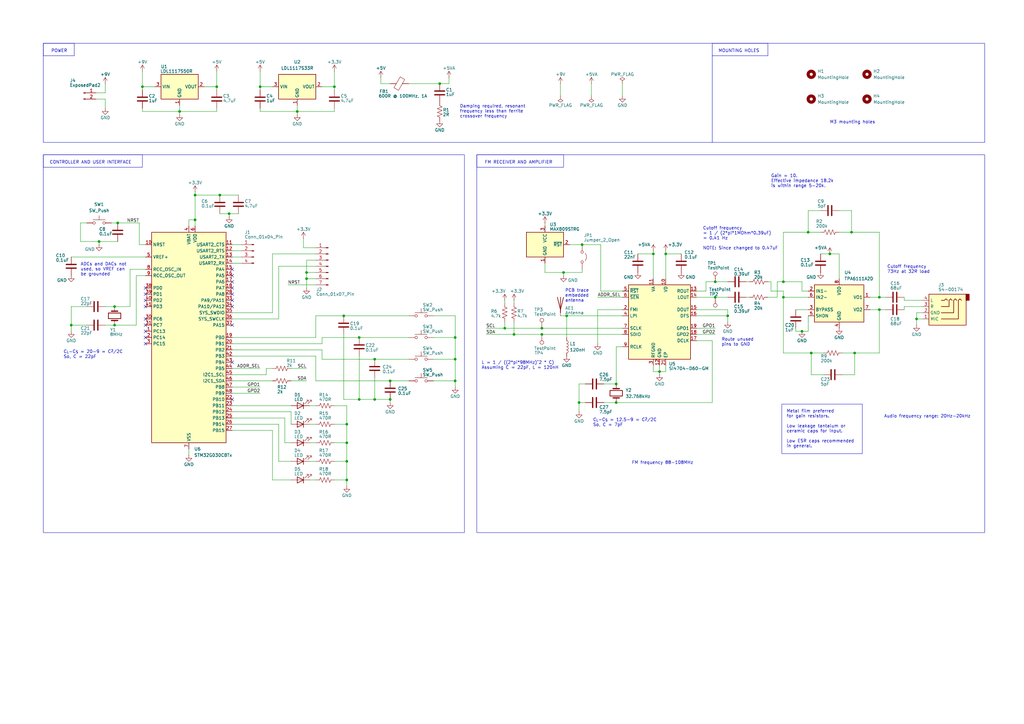
<source format=kicad_sch>
(kicad_sch (version 20250114) (generator "eeschema") (generator_version "9.0")
  (paper "A3")
  (rectangle (start 195.58 63.5) (end 231.14 68.58))
  (rectangle (start 17.78 17.78) (end 403.86 58.42))
  (rectangle (start 320.675 165.735) (end 353.695 186.055))
  (rectangle (start 292.1 17.78) (end 314.96 22.86))
  (rectangle (start 195.58 63.5) (end 403.86 218.44))
  (rectangle (start 17.78 63.5) (end 190.5 218.44))
  (rectangle (start 17.78 63.5) (end 58.42 68.58))
  (rectangle (start 17.78 17.78) (end 30.48 22.86))
  (text "Audio frequency range: 20Hz-20kHz" (at 362.585 170.815 0) (effects (font (size 1.27 1.27)) (justify left)))
  (text "Cutoff frequency \n73Hz at 32R load\n" (at 363.855 110.49 0) (effects (font (size 1.27 1.27)) (justify left)))
  (text "C_{L}-C_{S} = 20-9 = C^{2}/2C\nSo, C = 22pF" (at 26.035 145.415 0) (effects (font (size 1.27 1.27)) (justify left)))
  (text "L = 1 / ((2*pi*98MHz)^2 * C)\nAssuming C = 22pF, L = 120nH" (at 197.485 149.86 0) (effects (font (size 1.27 1.27)) (justify left)))
  (text "Route unused \npins to GND" (at 295.91 140.335 0) (effects (font (size 1.27 1.27)) (justify left)))
  (text "Gain = 10.\nEffective impedance 18.2k\nis within range 5-20k." (at 316.23 74.295 0) (effects (font (size 1.27 1.27)) (justify left)))
  (text "FM frequency 88-108MHz" (at 259.08 189.865 0) (effects (font (size 1.27 1.27)) (justify left)))
  (text "Metal film preferred \nfor gain resistors.\n\nLow leakage tantalum or\nceramic caps for input.\n\nLow ESR caps recommended\nin general." (at 322.58 175.895 0) (effects (font (size 1.27 1.27)) (justify left)))
  (text "FM RECEIVER AND AMPLIFIER" (at 198.755 66.675 0) (effects (font (size 1.27 1.27)) (justify left)))
  (text "PCB trace \nembedded \nantenna" (at 231.775 121.285 0) (effects (font (size 1.27 1.27)) (justify left)))
  (text "CONTROLLER AND USER INTERFACE" (at 20.32 66.675 0) (effects (font (size 1.27 1.27)) (justify left)))
  (text "Damping required, resonant \nfrequency less than ferrite \ncrossover frequency" (at 188.595 45.72 0) (effects (font (size 1.27 1.27)) (justify left)))
  (text "ADCs and DACs not \nused, so VREF can \nbe grounded" (at 33.02 110.49 0) (effects (font (size 1.27 1.27)) (justify left)))
  (text "M3 mounting holes" (at 340.36 50.165 0) (effects (font (size 1.27 1.27)) (justify left)))
  (text "Cutoff frequency \n= 1 / (2*pi*1MOhm*0.39uF)\n= 0.41 Hz\n\nNOTE: Since changed to 0.47uF" (at 288.29 97.79 0) (effects (font (size 1.27 1.27)) (justify left)))
  (text "C_{L}-C_{S} = 12.5-9 = C^{2}/2C\nSo, C = 7pF" (at 243.205 173.355 0) (effects (font (size 1.27 1.27)) (justify left)))
  (text "MOUNTING HOLES" (at 294.64 20.955 0) (effects (font (size 1.27 1.27)) (justify left)))
  (text "POWER" (at 20.955 20.955 0) (effects (font (size 1.27 1.27)) (justify left)))
  (junction (at 80.01 90.17))
  (junction (at 142.24 181.61))
  (junction (at 293.37 115.57))
  (junction (at 121.92 45.72))
  (junction (at 222.25 137.16))
  (junction (at 232.41 129.54))
  (junction (at 147.32 138.43))
  (junction (at 90.17 80.01))
  (junction (at 332.74 144.78))
  (junction (at 237.49 165.1))
  (junction (at 186.69 138.43))
  (junction (at 137.16 35.56))
  (junction (at 270.51 152.4))
  (junction (at 106.68 35.56))
  (junction (at 142.24 173.99))
  (junction (at 147.32 163.83))
  (junction (at 210.82 137.16))
  (junction (at 46.99 125.73))
  (junction (at 252.73 165.1))
  (junction (at 58.42 35.56))
  (junction (at 142.24 196.85))
  (junction (at 180.34 34.29))
  (junction (at 267.97 104.14))
  (junction (at 160.02 156.21))
  (junction (at 328.93 135.89))
  (junction (at 142.24 189.23))
  (junction (at 88.9 35.56))
  (junction (at 40.64 99.06))
  (junction (at 46.99 133.35))
  (junction (at 231.14 111.76))
  (junction (at 153.67 163.83))
  (junction (at 153.67 147.32))
  (junction (at 48.26 91.44))
  (junction (at 298.45 129.54))
  (junction (at 360.68 121.92))
  (junction (at 207.01 134.62))
  (junction (at 80.01 80.01))
  (junction (at 273.05 104.14))
  (junction (at 350.52 144.78))
  (junction (at 140.97 129.54))
  (junction (at 186.69 156.21))
  (junction (at 331.47 95.25))
  (junction (at 160.02 163.83))
  (junction (at 252.73 157.48))
  (junction (at 340.36 104.14))
  (junction (at 186.69 147.32))
  (junction (at 125.73 111.76))
  (junction (at 360.68 127))
  (junction (at 321.31 121.92))
  (junction (at 349.25 95.25))
  (junction (at 125.73 114.3))
  (junction (at 29.21 133.35))
  (junction (at 375.92 130.81))
  (junction (at 321.31 115.57))
  (junction (at 293.37 121.92))
  (junction (at 93.98 87.63))
  (junction (at 222.25 134.62))
  (junction (at 73.66 45.72))
  (junction (at 238.76 100.33))
  (no_connect (at 59.69 140.97))
  (no_connect (at 59.69 133.35))
  (no_connect (at 95.25 163.83))
  (no_connect (at 95.25 115.57))
  (no_connect (at 95.25 113.03))
  (no_connect (at 95.25 123.19))
  (no_connect (at 59.69 118.11))
  (no_connect (at 95.25 125.73))
  (no_connect (at 59.69 125.73))
  (no_connect (at 59.69 130.81))
  (no_connect (at 59.69 120.65))
  (no_connect (at 95.25 118.11))
  (no_connect (at 59.69 138.43))
  (no_connect (at 95.25 120.65))
  (no_connect (at 95.25 110.49))
  (no_connect (at 95.25 133.35))
  (no_connect (at 95.25 148.59))
  (no_connect (at 59.69 135.89))
  (no_connect (at 59.69 123.19))
  (wire (pts (xy 142.24 173.99) (xy 142.24 181.61)))
  (wire (pts (xy 306.07 121.92) (xy 307.34 121.92)))
  (wire (pts (xy 238.76 110.49) (xy 238.76 111.76)))
  (wire (pts (xy 95.25 102.87) (xy 99.06 102.87)))
  (wire (pts (xy 378.46 128.27) (xy 375.92 128.27)))
  (wire (pts (xy 77.47 92.71) (xy 77.47 90.17)))
  (wire (pts (xy 124.46 97.79) (xy 124.46 101.6)))
  (wire (pts (xy 326.39 127) (xy 331.47 127)))
  (wire (pts (xy 375.92 128.27) (xy 375.92 130.81)))
  (wire (pts (xy 109.22 151.13) (xy 109.22 153.67)))
  (wire (pts (xy 273.05 149.86) (xy 273.05 152.4)))
  (wire (pts (xy 29.21 105.41) (xy 59.69 105.41)))
  (wire (pts (xy 153.67 163.83) (xy 160.02 163.83)))
  (wire (pts (xy 132.08 138.43) (xy 147.32 138.43)))
  (wire (pts (xy 116.84 171.45) (xy 116.84 181.61)))
  (wire (pts (xy 95.25 138.43) (xy 129.54 138.43)))
  (wire (pts (xy 48.26 91.44) (xy 57.15 91.44)))
  (wire (pts (xy 316.23 119.38) (xy 321.31 119.38)))
  (wire (pts (xy 252.73 165.1) (xy 292.1 165.1)))
  (wire (pts (xy 95.25 168.91) (xy 119.38 168.91)))
  (wire (pts (xy 45.72 91.44) (xy 48.26 91.44)))
  (wire (pts (xy 125.73 111.76) (xy 129.54 111.76)))
  (wire (pts (xy 242.57 34.29) (xy 242.57 39.37)))
  (wire (pts (xy 116.84 181.61) (xy 119.38 181.61)))
  (wire (pts (xy 106.68 45.72) (xy 121.92 45.72)))
  (wire (pts (xy 43.18 40.64) (xy 43.18 44.45)))
  (wire (pts (xy 350.52 144.78) (xy 360.68 144.78)))
  (wire (pts (xy 29.21 133.35) (xy 35.56 133.35)))
  (wire (pts (xy 114.3 109.22) (xy 114.3 130.81)))
  (wire (pts (xy 273.05 152.4) (xy 270.51 152.4)))
  (wire (pts (xy 57.15 100.33) (xy 59.69 100.33)))
  (wire (pts (xy 109.22 153.67) (xy 95.25 153.67)))
  (wire (pts (xy 39.37 40.64) (xy 43.18 40.64)))
  (wire (pts (xy 129.54 156.21) (xy 160.02 156.21)))
  (wire (pts (xy 314.96 121.92) (xy 318.77 121.92)))
  (wire (pts (xy 337.82 144.78) (xy 332.74 144.78)))
  (wire (pts (xy 80.01 80.01) (xy 80.01 90.17)))
  (wire (pts (xy 93.98 87.63) (xy 97.79 87.63)))
  (wire (pts (xy 285.75 139.7) (xy 292.1 139.7)))
  (wire (pts (xy 370.84 127) (xy 370.84 125.73)))
  (wire (pts (xy 245.11 121.92) (xy 255.27 121.92)))
  (wire (pts (xy 147.32 163.83) (xy 153.67 163.83)))
  (wire (pts (xy 298.45 129.54) (xy 298.45 132.08)))
  (wire (pts (xy 210.82 137.16) (xy 222.25 137.16)))
  (wire (pts (xy 132.08 147.32) (xy 153.67 147.32)))
  (wire (pts (xy 180.34 34.29) (xy 184.15 34.29)))
  (wire (pts (xy 127 189.23) (xy 129.54 189.23)))
  (wire (pts (xy 95.25 171.45) (xy 116.84 171.45)))
  (wire (pts (xy 270.51 149.86) (xy 270.51 152.4)))
  (wire (pts (xy 316.23 115.57) (xy 314.96 115.57)))
  (wire (pts (xy 95.25 107.95) (xy 99.06 107.95)))
  (wire (pts (xy 142.24 166.37) (xy 142.24 173.99)))
  (wire (pts (xy 114.3 109.22) (xy 129.54 109.22)))
  (wire (pts (xy 285.75 137.16) (xy 293.37 137.16)))
  (wire (pts (xy 124.46 101.6) (xy 129.54 101.6)))
  (wire (pts (xy 127 173.99) (xy 129.54 173.99)))
  (wire (pts (xy 73.66 43.18) (xy 73.66 45.72)))
  (wire (pts (xy 246.38 119.38) (xy 255.27 119.38)))
  (wire (pts (xy 336.55 86.36) (xy 331.47 86.36)))
  (wire (pts (xy 90.17 80.01) (xy 80.01 80.01)))
  (wire (pts (xy 46.99 125.73) (xy 53.34 125.73)))
  (wire (pts (xy 318.77 121.92) (xy 318.77 115.57)))
  (wire (pts (xy 321.31 144.78) (xy 321.31 121.92)))
  (wire (pts (xy 125.73 106.68) (xy 125.73 111.76)))
  (wire (pts (xy 142.24 181.61) (xy 142.24 189.23)))
  (wire (pts (xy 58.42 44.45) (xy 58.42 45.72)))
  (wire (pts (xy 293.37 121.92) (xy 298.45 121.92)))
  (wire (pts (xy 199.39 137.16) (xy 210.82 137.16)))
  (wire (pts (xy 95.25 151.13) (xy 106.68 151.13)))
  (wire (pts (xy 147.32 146.05) (xy 147.32 163.83)))
  (wire (pts (xy 95.25 161.29) (xy 106.68 161.29)))
  (wire (pts (xy 111.76 104.14) (xy 111.76 128.27)))
  (wire (pts (xy 222.25 134.62) (xy 255.27 134.62)))
  (wire (pts (xy 350.52 153.67) (xy 350.52 144.78)))
  (wire (pts (xy 55.88 113.03) (xy 55.88 133.35)))
  (wire (pts (xy 186.69 129.54) (xy 186.69 138.43)))
  (wire (pts (xy 88.9 29.21) (xy 88.9 35.56)))
  (wire (pts (xy 246.38 100.33) (xy 246.38 119.38)))
  (wire (pts (xy 289.56 115.57) (xy 293.37 115.57)))
  (wire (pts (xy 177.8 147.32) (xy 186.69 147.32)))
  (wire (pts (xy 106.68 35.56) (xy 106.68 36.83)))
  (wire (pts (xy 114.3 130.81) (xy 95.25 130.81)))
  (wire (pts (xy 252.73 142.24) (xy 252.73 157.48)))
  (wire (pts (xy 231.14 111.76) (xy 238.76 111.76)))
  (wire (pts (xy 114.3 189.23) (xy 119.38 189.23)))
  (wire (pts (xy 137.16 35.56) (xy 137.16 36.83)))
  (wire (pts (xy 370.84 121.92) (xy 370.84 123.19)))
  (wire (pts (xy 132.08 143.51) (xy 132.08 147.32)))
  (wire (pts (xy 137.16 44.45) (xy 137.16 45.72)))
  (wire (pts (xy 328.93 115.57) (xy 328.93 119.38)))
  (wire (pts (xy 160.02 156.21) (xy 167.64 156.21)))
  (wire (pts (xy 137.16 189.23) (xy 142.24 189.23)))
  (wire (pts (xy 111.76 196.85) (xy 119.38 196.85)))
  (wire (pts (xy 273.05 114.3) (xy 273.05 104.14)))
  (wire (pts (xy 331.47 86.36) (xy 331.47 95.25)))
  (wire (pts (xy 285.75 134.62) (xy 293.37 134.62)))
  (wire (pts (xy 207.01 123.19) (xy 207.01 124.46)))
  (wire (pts (xy 43.18 38.1) (xy 43.18 34.29)))
  (wire (pts (xy 332.74 153.67) (xy 332.74 144.78)))
  (wire (pts (xy 90.17 87.63) (xy 93.98 87.63)))
  (wire (pts (xy 316.23 115.57) (xy 316.23 119.38)))
  (wire (pts (xy 77.47 90.17) (xy 80.01 90.17)))
  (wire (pts (xy 293.37 115.57) (xy 298.45 115.57)))
  (wire (pts (xy 137.16 29.21) (xy 137.16 35.56)))
  (wire (pts (xy 95.25 105.41) (xy 99.06 105.41)))
  (wire (pts (xy 247.65 157.48) (xy 252.73 157.48)))
  (wire (pts (xy 55.88 133.35) (xy 46.99 133.35)))
  (wire (pts (xy 95.25 146.05) (xy 129.54 146.05)))
  (wire (pts (xy 142.24 196.85) (xy 142.24 199.39)))
  (wire (pts (xy 57.15 91.44) (xy 57.15 100.33)))
  (wire (pts (xy 43.18 133.35) (xy 46.99 133.35)))
  (wire (pts (xy 177.8 156.21) (xy 186.69 156.21)))
  (wire (pts (xy 238.76 100.33) (xy 246.38 100.33)))
  (wire (pts (xy 125.73 111.76) (xy 125.73 114.3)))
  (wire (pts (xy 43.18 125.73) (xy 46.99 125.73)))
  (wire (pts (xy 232.41 129.54) (xy 232.41 138.43)))
  (wire (pts (xy 177.8 129.54) (xy 186.69 129.54)))
  (wire (pts (xy 247.65 165.1) (xy 252.73 165.1)))
  (wire (pts (xy 137.16 181.61) (xy 142.24 181.61)))
  (wire (pts (xy 210.82 132.08) (xy 210.82 137.16)))
  (wire (pts (xy 186.69 147.32) (xy 186.69 156.21)))
  (wire (pts (xy 106.68 35.56) (xy 111.76 35.56)))
  (wire (pts (xy 229.87 34.29) (xy 229.87 39.37)))
  (wire (pts (xy 53.34 110.49) (xy 59.69 110.49)))
  (wire (pts (xy 95.25 156.21) (xy 111.76 156.21)))
  (wire (pts (xy 207.01 134.62) (xy 222.25 134.62)))
  (wire (pts (xy 273.05 104.14) (xy 279.4 104.14)))
  (wire (pts (xy 344.17 104.14) (xy 340.36 104.14)))
  (wire (pts (xy 349.25 95.25) (xy 360.68 95.25)))
  (wire (pts (xy 129.54 129.54) (xy 140.97 129.54)))
  (wire (pts (xy 237.49 165.1) (xy 240.03 165.1)))
  (wire (pts (xy 231.14 113.03) (xy 231.14 111.76)))
  (polyline (pts (xy 292.1 22.86) (xy 292.1 58.42)))
  (wire (pts (xy 53.34 125.73) (xy 53.34 110.49)))
  (wire (pts (xy 331.47 95.25) (xy 336.55 95.25)))
  (wire (pts (xy 39.37 38.1) (xy 43.18 38.1)))
  (wire (pts (xy 121.92 45.72) (xy 121.92 46.99)))
  (wire (pts (xy 321.31 119.38) (xy 321.31 121.92)))
  (wire (pts (xy 109.22 151.13) (xy 111.76 151.13)))
  (wire (pts (xy 127 181.61) (xy 129.54 181.61)))
  (wire (pts (xy 344.17 95.25) (xy 349.25 95.25)))
  (wire (pts (xy 207.01 132.08) (xy 207.01 134.62)))
  (wire (pts (xy 229.87 129.54) (xy 232.41 129.54)))
  (wire (pts (xy 106.68 29.21) (xy 106.68 35.56)))
  (wire (pts (xy 223.52 107.95) (xy 223.52 111.76)))
  (wire (pts (xy 326.39 134.62) (xy 326.39 135.89)))
  (wire (pts (xy 222.25 137.16) (xy 255.27 137.16)))
  (wire (pts (xy 233.68 100.33) (xy 238.76 100.33)))
  (wire (pts (xy 186.69 156.21) (xy 186.69 158.75)))
  (wire (pts (xy 252.73 142.24) (xy 255.27 142.24)))
  (wire (pts (xy 142.24 189.23) (xy 142.24 196.85)))
  (wire (pts (xy 237.49 157.48) (xy 237.49 165.1)))
  (wire (pts (xy 318.77 115.57) (xy 321.31 115.57)))
  (wire (pts (xy 332.74 144.78) (xy 321.31 144.78)))
  (wire (pts (xy 356.87 121.92) (xy 360.68 121.92)))
  (wire (pts (xy 267.97 114.3) (xy 267.97 104.14)))
  (wire (pts (xy 156.21 31.75) (xy 156.21 34.29)))
  (wire (pts (xy 232.41 129.54) (xy 255.27 129.54)))
  (wire (pts (xy 95.25 166.37) (xy 119.38 166.37)))
  (wire (pts (xy 328.93 135.89) (xy 331.47 135.89)))
  (wire (pts (xy 240.03 157.48) (xy 237.49 157.48)))
  (wire (pts (xy 331.47 95.25) (xy 321.31 95.25)))
  (wire (pts (xy 125.73 114.3) (xy 125.73 118.11)))
  (wire (pts (xy 344.17 114.3) (xy 344.17 104.14)))
  (wire (pts (xy 298.45 127) (xy 298.45 129.54)))
  (wire (pts (xy 223.52 111.76) (xy 231.14 111.76)))
  (wire (pts (xy 177.8 138.43) (xy 186.69 138.43)))
  (wire (pts (xy 93.98 88.9) (xy 93.98 87.63)))
  (wire (pts (xy 167.64 34.29) (xy 180.34 34.29)))
  (wire (pts (xy 95.25 140.97) (xy 132.08 140.97)))
  (wire (pts (xy 153.67 147.32) (xy 167.64 147.32)))
  (wire (pts (xy 33.02 91.44) (xy 33.02 99.06)))
  (wire (pts (xy 199.39 134.62) (xy 207.01 134.62)))
  (wire (pts (xy 273.05 102.87) (xy 273.05 104.14)))
  (wire (pts (xy 289.56 119.38) (xy 289.56 115.57)))
  (wire (pts (xy 223.52 91.44) (xy 223.52 92.71)))
  (wire (pts (xy 360.68 127) (xy 363.22 127)))
  (wire (pts (xy 88.9 35.56) (xy 83.82 35.56)))
  (wire (pts (xy 40.64 99.06) (xy 48.26 99.06)))
  (wire (pts (xy 127 166.37) (xy 129.54 166.37)))
  (wire (pts (xy 140.97 129.54) (xy 167.64 129.54)))
  (wire (pts (xy 153.67 154.94) (xy 153.67 163.83)))
  (wire (pts (xy 111.76 128.27) (xy 95.25 128.27)))
  (wire (pts (xy 137.16 173.99) (xy 142.24 173.99)))
  (wire (pts (xy 80.01 78.74) (xy 80.01 80.01)))
  (wire (pts (xy 73.66 45.72) (xy 88.9 45.72)))
  (wire (pts (xy 267.97 149.86) (xy 267.97 152.4)))
  (wire (pts (xy 261.62 104.14) (xy 267.97 104.14)))
  (wire (pts (xy 58.42 45.72) (xy 73.66 45.72)))
  (wire (pts (xy 129.54 106.68) (xy 125.73 106.68)))
  (wire (pts (xy 140.97 137.16) (xy 140.97 163.83)))
  (wire (pts (xy 186.69 138.43) (xy 186.69 147.32)))
  (wire (pts (xy 80.01 90.17) (xy 80.01 92.71)))
  (wire (pts (xy 129.54 138.43) (xy 129.54 129.54)))
  (wire (pts (xy 111.76 176.53) (xy 111.76 196.85)))
  (wire (pts (xy 184.15 34.29) (xy 184.15 31.75)))
  (wire (pts (xy 95.25 100.33) (xy 99.06 100.33)))
  (wire (pts (xy 97.79 80.01) (xy 90.17 80.01)))
  (wire (pts (xy 370.84 123.19) (xy 378.46 123.19)))
  (wire (pts (xy 285.75 127) (xy 298.45 127)))
  (wire (pts (xy 119.38 151.13) (xy 125.73 151.13)))
  (wire (pts (xy 210.82 123.19) (xy 210.82 124.46)))
  (wire (pts (xy 132.08 140.97) (xy 132.08 138.43)))
  (wire (pts (xy 237.49 165.1) (xy 237.49 168.91)))
  (wire (pts (xy 119.38 168.91) (xy 119.38 173.99)))
  (wire (pts (xy 137.16 166.37) (xy 142.24 166.37)))
  (wire (pts (xy 375.92 130.81) (xy 375.92 133.35)))
  (wire (pts (xy 118.11 116.84) (xy 129.54 116.84)))
  (wire (pts (xy 306.07 115.57) (xy 307.34 115.57)))
  (wire (pts (xy 73.66 45.72) (xy 73.66 46.99)))
  (wire (pts (xy 88.9 35.56) (xy 88.9 36.83)))
  (wire (pts (xy 33.02 99.06) (xy 40.64 99.06)))
  (wire (pts (xy 321.31 121.92) (xy 331.47 121.92)))
  (wire (pts (xy 29.21 125.73) (xy 29.21 133.35)))
  (wire (pts (xy 285.75 121.92) (xy 293.37 121.92)))
  (wire (pts (xy 156.21 34.29) (xy 160.02 34.29)))
  (wire (pts (xy 337.82 153.67) (xy 332.74 153.67)))
  (wire (pts (xy 267.97 152.4) (xy 270.51 152.4)))
  (wire (pts (xy 345.44 153.67) (xy 350.52 153.67)))
  (wire (pts (xy 345.44 144.78) (xy 350.52 144.78)))
  (wire (pts (xy 137.16 196.85) (xy 142.24 196.85)))
  (wire (pts (xy 58.42 29.21) (xy 58.42 35.56)))
  (wire (pts (xy 119.38 156.21) (xy 125.73 156.21)))
  (wire (pts (xy 326.39 135.89) (xy 328.93 135.89)))
  (wire (pts (xy 58.42 35.56) (xy 58.42 36.83)))
  (wire (pts (xy 111.76 104.14) (xy 129.54 104.14)))
  (wire (pts (xy 29.21 133.35) (xy 29.21 135.89)))
  (wire (pts (xy 95.25 176.53) (xy 111.76 176.53)))
  (wire (pts (xy 331.47 129.54) (xy 331.47 135.89)))
  (wire (pts (xy 106.68 44.45) (xy 106.68 45.72)))
  (wire (pts (xy 255.27 127) (xy 245.11 127)))
  (wire (pts (xy 114.3 173.99) (xy 114.3 189.23)))
  (wire (pts (xy 245.11 127) (xy 245.11 140.97)))
  (wire (pts (xy 356.87 127) (xy 360.68 127)))
  (wire (pts (xy 360.68 144.78) (xy 360.68 127)))
  (wire (pts (xy 349.25 86.36) (xy 349.25 95.25)))
  (wire (pts (xy 328.93 115.57) (xy 321.31 115.57)))
  (wire (pts (xy 129.54 146.05) (xy 129.54 156.21)))
  (wire (pts (xy 360.68 95.25) (xy 360.68 121.92)))
  (wire (pts (xy 147.32 138.43) (xy 167.64 138.43)))
  (wire (pts (xy 160.02 163.83) (xy 160.02 165.1)))
  (wire (pts (xy 33.02 91.44) (xy 35.56 91.44)))
  (wire (pts (xy 127 196.85) (xy 129.54 196.85)))
  (wire (pts (xy 35.56 125.73) (xy 29.21 125.73)))
  (wire (pts (xy 340.36 104.14) (xy 336.55 104.14)))
  (wire (pts (xy 125.73 114.3) (xy 129.54 114.3)))
  (wire (pts (xy 77.47 186.69) (xy 77.47 184.15)))
  (wire (pts (xy 55.88 113.03) (xy 59.69 113.03)))
  (wire (pts (xy 137.16 35.56) (xy 132.08 35.56)))
  (wire (pts (xy 344.17 86.36) (xy 349.25 86.36)))
  (wire (pts (xy 285.75 119.38) (xy 289.56 119.38)))
  (wire (pts (xy 292.1 139.7) (xy 292.1 165.1)))
  (wire (pts (xy 95.25 158.75) (xy 106.68 158.75)))
  (wire (pts (xy 40.64 100.33) (xy 40.64 99.06)))
  (wire (pts (xy 370.84 125.73) (xy 378.46 125.73)))
  (wire (pts (xy 270.51 153.67) (xy 270.51 152.4)))
  (wire (pts (xy 58.42 35.56) (xy 63.5 35.56)))
  (wire (pts (xy 95.25 143.51) (xy 132.08 143.51)))
  (wire (pts (xy 140.97 163.83) (xy 147.32 163.83)))
  (wire (pts (xy 321.31 95.25) (xy 321.31 115.57)))
  (wire (pts (xy 121.92 45.72) (xy 137.16 45.72)))
  (wire (pts (xy 328.93 119.38) (xy 331.47 119.38)))
  (wire (pts (xy 285.75 129.54) (xy 298.45 129.54)))
  (wire (pts (xy 95.25 173.99) (xy 114.3 173.99)))
  (wire (pts (xy 255.27 34.29) (xy 255.27 39.37)))
  (wire (pts (xy 267.97 102.87) (xy 267.97 104.14)))
  (wire (pts (xy 378.46 130.81) (xy 375.92 130.81)))
  (wire (pts (xy 121.92 43.18) (xy 121.92 45.72)))
  (wire (pts (xy 88.9 44.45) (xy 88.9 45.72)))
  (wire (pts (xy 360.68 121.92) (xy 363.22 121.92)))
  (label "GPO1" (at 106.68 158.75 180))
  (label "SDA" (at 125.73 156.21 180))
  (label "GPO1" (at 293.37 134.62 180))
  (label "SCL" (at 125.73 151.13 180))
  (label "NRST" (at 118.11 116.84 0))
  (label "SCL" (at 199.39 134.62 0))
  (label "GPO2" (at 106.68 161.29 180))
  (label "ADDR_SEL" (at 106.68 151.13 180))
  (label "ADDR_SEL" (at 245.11 121.92 0))
  (label "NRST" (at 52.07 91.44 0))
  (label "SDA" (at 199.39 137.16 0))
  (label "GPO2" (at 293.37 137.16 180))
  (symbol (lib_id "power:+3.3V") (at 80.01 78.74 0) (unit 1)
    (property "Reference" "#PWR013" (effects (hide yes)))
    (property "Value" "+3.3V" (at 80.01 74.93 0))
    (property "Description" "Power symbol creates a global label with name \"+3.3V\"" (effects (hide yes)))
  )
  (symbol (lib_id "Connector:TestPoint") (at 293.37 115.57 0) (unit 1) (in_bom no)
    (property "Reference" "TP1" (at 290.195 107.95 0) (effects (justify left)))
    (property "Value" "TestPoint" (at 290.195 109.855 0) (effects (justify left)))
    (property "Footprint" "TestPoint:TestPoint_Pad_D1.5mm" (effects (hide yes)))
    (property "Description" "test point" (effects (hide yes)))
  )
  (symbol (lib_id "Device:R_US") (at 133.35 181.61 270) (unit 1)
    (property "Reference" "R16" (at 130.81 177.165 90) (effects (justify left)))
    (property "Value" "470R" (at 130.81 179.07 90) (effects (justify left)))
    (property "Footprint" "Resistor_SMD:R_0603_1608Metric" (effects (hide yes)))
    (property "Description" "Resistor, US symbol" (effects (hide yes)))
    (property "Link" "https://www.digikey.ca/en/products/detail/te-connectivity-passive-product/CRGCQ0603F470R/8576286" (effects (hide yes)))
  )
  (symbol (lib_id "power:+3.3V") (at 210.82 123.19 0) (unit 1)
    (property "Reference" "#PWR028" (effects (hide yes)))
    (property "Value" "+3.3V" (at 212.09 119.38 0))
    (property "Description" "Power symbol creates a global label with name \"+3.3V\"" (effects (hide yes)))
  )
  (symbol (lib_id "Jumper:Jumper_2_Open") (at 238.76 105.41 270) (unit 1) (exclude_from_sim yes) (in_bom no)
    (property "Reference" "JP1" (at 239.395 96.52 90) (effects (justify left)))
    (property "Value" "Jumper_2_Open" (at 239.395 98.425 90) (effects (justify left)))
    (property "Footprint" "_Project_Library:ViaJumper_Pitch2.54mm_Drill0.7mm" (effects (hide yes)))
    (property "Description" "Jumper, 2-pole, open" (effects (hide yes)))
  )
  (symbol (lib_id "Device:R_US") (at 133.35 189.23 270) (unit 1)
    (property "Reference" "R17" (at 130.81 184.785 90) (effects (justify left)))
    (property "Value" "470R" (at 130.81 186.69 90) (effects (justify left)))
    (property "Footprint" "Resistor_SMD:R_0603_1608Metric" (effects (hide yes)))
    (property "Description" "Resistor, US symbol" (effects (hide yes)))
    (property "Link" "https://www.digikey.ca/en/products/detail/te-connectivity-passive-product/CRGCQ0603F470R/8576286" (effects (hide yes)))
  )
  (symbol (lib_id "Device:C") (at 39.37 133.35 90) (unit 1)
    (property "Reference" "C21" (at 33.02 134.62 90) (effects (justify right)))
    (property "Value" "22pF" (at 33.02 136.525 90) (effects (justify right)))
    (property "Footprint" "Capacitor_SMD:C_0402_1005Metric" (effects (hide yes)))
    (property "Description" "Unpolarized capacitor" (effects (hide yes)))
    (property "Link" "https://www.digikey.ca/en/products/detail/samsung-electro-mechanics/CL05C220JB51PNC/5961333" (effects (hide yes)))
  )
  (symbol (lib_id "Device:C") (at 180.34 38.1 0) (unit 1)
    (property "Reference" "C1" (at 182.88 36.83 0) (effects (justify left)))
    (property "Value" "1uF" (at 182.88 38.735 0) (effects (justify left)))
    (property "Footprint" "Capacitor_SMD:C_0603_1608Metric" (effects (hide yes)))
    (property "Description" "Unpolarized capacitor" (effects (hide yes)))
    (property "Link" "https://www.digikey.ca/en/products/detail/samsung-electro-mechanics/CL10B105KO8NNNC/3886677" (effects (hide yes)))
  )
  (symbol (lib_id "Connector:TestPoint") (at 222.25 134.62 0) (unit 1) (in_bom no)
    (property "Reference" "TP3" (at 219.075 127 0) (effects (justify left)))
    (property "Value" "TestPoint" (at 219.075 128.905 0) (effects (justify left)))
    (property "Footprint" "TestPoint:TestPoint_Pad_D1.5mm" (effects (hide yes)))
    (property "Description" "test point" (effects (hide yes)))
  )
  (symbol (lib_id "power:+5VA") (at 242.57 34.29 0) (unit 1)
    (property "Reference" "#PWR08" (effects (hide yes)))
    (property "Value" "+5VA" (at 242.57 30.48 0))
    (property "Description" "Power symbol creates a global label with name \"+5VA\"" (effects (hide yes)))
  )
  (symbol (lib_id "power:GND") (at 142.24 199.39 0) (unit 1)
    (property "Reference" "#PWR041" (effects (hide yes)))
    (property "Value" "GND" (at 142.24 203.2 0))
    (property "Description" "Power symbol creates a global label with name \"GND\" , ground" (effects (hide yes)))
  )
  (symbol (lib_id "power:GND") (at 121.92 46.99 0) (unit 1)
    (property "Reference" "#PWR011" (effects (hide yes)))
    (property "Value" "GND" (at 121.92 50.8 0))
    (property "Description" "Power symbol creates a global label with name \"GND\" , ground" (effects (hide yes)))
  )
  (symbol (lib_id "Device:C") (at 48.26 95.25 0) (unit 1)
    (property "Reference" "C8" (at 40.64 93.98 0) (effects (justify left)))
    (property "Value" "0.1uF" (at 40.64 95.885 0) (effects (justify left)))
    (property "Footprint" "Capacitor_SMD:C_0402_1005Metric" (effects (hide yes)))
    (property "Description" "Unpolarized capacitor" (effects (hide yes)))
    (property "Link" "https://www.digikey.ca/en/products/detail/samsung-electro-mechanics/CL05B104KA5NNNC/5961204" (effects (hide yes)))
  )
  (symbol (lib_id "power:GND") (at 255.27 39.37 0) (unit 1)
    (property "Reference" "#PWR09" (effects (hide yes)))
    (property "Value" "GND" (at 255.27 43.18 0))
    (property "Description" "Power symbol creates a global label with name \"GND\" , ground" (effects (hide yes)))
  )
  (symbol (lib_id "Device:C") (at 147.32 142.24 0) (unit 1)
    (property "Reference" "C22" (at 149.86 141.605 0) (effects (justify left)))
    (property "Value" "0.1uF" (at 149.86 143.51 0) (effects (justify left)))
    (property "Footprint" "Capacitor_SMD:C_0402_1005Metric" (effects (hide yes)))
    (property "Description" "Unpolarized capacitor" (effects (hide yes)))
    (property "Link" "https://www.digikey.ca/en/products/detail/samsung-electro-mechanics/CL05B104KA5NNNC/5961204" (effects (hide yes)))
  )
  (symbol (lib_id "Device:C") (at 88.9 40.64 0) (unit 1)
    (property "Reference" "C3" (at 91.44 39.37 0) (effects (justify left)))
    (property "Value" "4.7uF" (at 91.44 41.275 0) (effects (justify left)))
    (property "Footprint" "Capacitor_SMD:C_0603_1608Metric" (effects (hide yes)))
    (property "Description" "Unpolarized capacitor" (effects (hide yes)))
    (property "Link" "https://www.digikey.ca/en/products/detail/murata-electronics/GRM188R61E475KE11D/3900465" (effects (hide yes)))
  )
  (symbol (lib_id "Device:C") (at 29.21 109.22 0) (unit 1)
    (property "Reference" "C10" (at 22.86 104.775 0) (effects (justify left)))
    (property "Value" "0.1uF" (at 22.86 106.68 0) (effects (justify left)))
    (property "Footprint" "Capacitor_SMD:C_0402_1005Metric" (effects (hide yes)))
    (property "Description" "Unpolarized capacitor" (effects (hide yes)))
    (property "Link" "https://www.digikey.ca/en/products/detail/samsung-electro-mechanics/CL05B104KA5NNNC/5961204" (effects (hide yes)))
  )
  (symbol (lib_id "Switch:SW_Push") (at 40.64 91.44 0) (unit 1)
    (property "Reference" "SW1" (at 40.64 83.82 0))
    (property "Value" "SW_Push" (at 40.64 86.36 0))
    (property "Footprint" "Button_Switch_SMD:SW_SPST_PTS647_Sx38" (effects (hide yes)))
    (property "Description" "Push button switch, generic, two pins" (effects (hide yes)))
    (property "Link" "https://www.digikey.ca/en/products/detail/c-k/PTS647SK38SMTR2-LFS/9649862" (effects (hide yes)))
  )
  (symbol (lib_id "power:GND") (at 270.51 153.67 0) (unit 1)
    (property "Reference" "#PWR036" (effects (hide yes)))
    (property "Value" "GND" (at 270.51 157.48 0))
    (property "Description" "Power symbol creates a global label with name \"GND\" , ground" (effects (hide yes)))
  )
  (symbol (lib_id "Device:Crystal") (at 252.73 161.29 90) (unit 1)
    (property "Reference" "Y2" (at 256.54 160.0199 90) (effects (justify right)))
    (property "Value" "32.768kHz" (at 256.54 162.5599 90) (effects (justify right)))
    (property "Footprint" "Crystal:Crystal_SMD_3215-2Pin_3.2x1.5mm" (effects (hide yes)))
    (property "Description" "Two pin crystal" (effects (hide yes)))
    (property "Link" "https://www.digikey.ca/en/products/detail/ecs-inc/ECS-327-12-5-34R-TR/5875550" (effects (hide yes)))
  )
  (symbol (lib_id "Mechanical:MountingHole") (at 355.6 30.48 0) (unit 1) (exclude_from_sim yes) (in_bom no)
    (property "Reference" "H2" (at 358.14 29.2099 0) (effects (justify left)))
    (property "Value" "MountingHole" (at 358.14 31.7499 0) (effects (justify left)))
    (property "Footprint" "MountingHole:MountingHole_3.2mm_M3_ISO7380" (effects (hide yes)))
    (property "Description" "Mounting Hole without connection" (effects (hide yes)))
  )
  (symbol (lib_id "power:+3.3V") (at 273.05 102.87 0) (unit 1)
    (property "Reference" "#PWR019" (effects (hide yes)))
    (property "Value" "+3.3V" (at 276.86 100.33 0))
    (property "Description" "Power symbol creates a global label with name \"+3.3V\"" (effects (hide yes)))
  )
  (symbol (lib_id "power:GND") (at 43.18 44.45 0) (unit 1)
    (property "Reference" "#PWR043" (effects (hide yes)))
    (property "Value" "GND" (at 43.18 48.26 0))
    (property "Description" "Power symbol creates a global label with name \"GND\" , ground" (effects (hide yes)))
  )
  (symbol (lib_id "Switch:SW_Push") (at 172.72 147.32 0) (unit 1)
    (property "Reference" "SW4" (at 173.355 142.875 0) (effects (justify left)))
    (property "Value" "SW_Push" (at 173.355 144.78 0) (effects (justify left)))
    (property "Footprint" "Button_Switch_SMD:SW_SPST_PTS647_Sx38" (effects (hide yes)))
    (property "Description" "Push button switch, generic, two pins" (effects (hide yes)))
    (property "Link" "https://www.digikey.ca/en/products/detail/c-k/PTS647SK38SMTR2-LFS/9649862" (effects (hide yes)))
  )
  (symbol (lib_id "power:GND") (at 298.45 132.08 0) (unit 1)
    (property "Reference" "#PWR030" (effects (hide yes)))
    (property "Value" "GND" (at 298.45 135.89 0))
    (property "Description" "Power symbol creates a global label with name \"GND\" , ground" (effects (hide yes)))
  )
  (symbol (lib_id "Device:R_US") (at 311.15 115.57 270) (unit 1)
    (property "Reference" "R3" (at 309.245 111.76 90) (effects (justify left)))
    (property "Value" "20k" (at 309.245 113.665 90) (effects (justify left)))
    (property "Footprint" "Resistor_SMD:R_0603_1608Metric" (effects (hide yes)))
    (property "Description" "Resistor, US symbol" (effects (hide yes)))
    (property "Link" "https://www.digikey.ca/en/products/detail/koa-speer-electronics-inc/RN73H1JTTD2002B25/10688230" (effects (hide yes)))
  )
  (symbol (lib_id "power:GND") (at 180.34 49.53 0) (unit 1)
    (property "Reference" "#PWR012" (effects (hide yes)))
    (property "Value" "GND" (at 180.34 53.34 0))
    (property "Description" "Power symbol creates a global label with name \"GND\" , ground" (effects (hide yes)))
  )
  (symbol (lib_id "_Project_Library:TPA6111A2D") (at 344.17 124.46 0) (unit 1)
    (property "Reference" "U4" (at 346.3133 111.76 0) (effects (justify left)))
    (property "Value" "TPA6111A2D" (at 346.3133 114.3 0) (effects (justify left)))
    (property "Footprint" "Package_SO:SOIC-8_3.9x4.9mm_P1.27mm" (effects (hide yes)))
    (property "Datasheet" "https://www.ti.com/lit/ds/symlink/tpa6111a2.pdf?HQS=dis-dk-null-digikeymode-dsf-pf-null-wwe&ts=1753643807581&ref_url=https%253A%252F%252Fwww.ti.com%252Fgeneral%252Fdocs%252Fsuppproductinfo.tsp%253FdistId%253D10%2526gotoUrl%253Dhttps%253A%252F%252Fwww.ti.com%252Flit%252Fgpn%252Ftpa6111a2" (effects (hide yes)))
    (property "Description" "Amplifier IC Headphones, 2-Channel (Stereo), Class AB, 8-SOIC" (effects (hide yes)))
    (property "Link" "https://www.digikey.ca/en/products/detail/texas-instruments/TPA6111A2DR/382220" (effects (hide yes)))
  )
  (symbol (lib_id "Device:C") (at 90.17 83.82 0) (unit 1)
    (property "Reference" "C6" (at 82.55 82.55 0) (effects (justify left)))
    (property "Value" "0.1uF" (at 82.55 84.455 0) (effects (justify left)))
    (property "Footprint" "Capacitor_SMD:C_0402_1005Metric" (effects (hide yes)))
    (property "Description" "Unpolarized capacitor" (effects (hide yes)))
    (property "Link" "https://www.digikey.ca/en/products/detail/samsung-electro-mechanics/CL05B104KA5NNNC/5961204" (effects (hide yes)))
  )
  (symbol (lib_id "power:GND") (at 125.73 118.11 0) (unit 1)
    (property "Reference" "#PWR026" (effects (hide yes)))
    (property "Value" "GND" (at 125.73 121.92 0))
    (property "Description" "Power symbol creates a global label with name \"GND\" , ground" (effects (hide yes)))
  )
  (symbol (lib_id "power:+5V") (at 106.68 29.21 0) (unit 1)
    (property "Reference" "#PWR03" (effects (hide yes)))
    (property "Value" "+5V" (at 106.68 25.4 0))
    (property "Description" "Power symbol creates a global label with name \"+5V\"" (effects (hide yes)))
  )
  (symbol (lib_id "power:GND") (at 73.66 46.99 0) (unit 1)
    (property "Reference" "#PWR010" (effects (hide yes)))
    (property "Value" "GND" (at 73.66 50.8 0))
    (property "Description" "Power symbol creates a global label with name \"GND\" , ground" (effects (hide yes)))
  )
  (symbol (lib_id "Device:R_US") (at 340.36 95.25 270) (unit 1)
    (property "Reference" "R2" (at 334.645 90.805 90) (effects (justify left)))
    (property "Value" "200k" (at 334.645 92.71 90) (effects (justify left)))
    (property "Footprint" "Resistor_SMD:R_0805_2012Metric" (effects (hide yes)))
    (property "Description" "Resistor, US symbol" (effects (hide yes)))
    (property "Link" "https://www.digikey.ca/en/products/detail/koa-speer-electronics-inc/RN73H2ATTD2003B25/10060608" (effects (hide yes)))
  )
  (symbol (lib_id "Device:C") (at 97.79 83.82 0) (unit 1)
    (property "Reference" "C7" (at 100.33 82.55 0) (effects (justify left)))
    (property "Value" "4.7uF" (at 100.33 84.455 0) (effects (justify left)))
    (property "Footprint" "Capacitor_SMD:C_0603_1608Metric" (effects (hide yes)))
    (property "Description" "Unpolarized capacitor" (effects (hide yes)))
    (property "Link" "https://www.digikey.ca/en/products/detail/murata-electronics/GRM188R61E475KE11D/3900465" (effects (hide yes)))
  )
  (symbol (lib_id "power:GND") (at 186.69 158.75 0) (unit 1)
    (property "Reference" "#PWR038" (effects (hide yes)))
    (property "Value" "GND" (at 186.69 162.56 0))
    (property "Description" "Power symbol creates a global label with name \"GND\" , ground" (effects (hide yes)))
  )
  (symbol (lib_id "Device:C") (at 302.26 115.57 270) (unit 1)
    (property "Reference" "C14" (at 300.99 110.49 90) (effects (justify left)))
    (property "Value" "0.39uF" (at 300.99 112.395 90) (effects (justify left)))
    (property "Footprint" "Capacitor_SMD:C_0603_1608Metric" (effects (hide yes)))
    (property "Description" "Unpolarized capacitor" (effects (hide yes)))
    (property "Link" "https://www.digikey.ca/en/products/detail/yageo/CC0603JRX7R8BB474/11489671" (effects (hide yes)))
  )
  (symbol (lib_id "power:+5V") (at 156.21 31.75 0) (unit 1)
    (property "Reference" "#PWR05" (effects (hide yes)))
    (property "Value" "+5V" (at 156.21 27.94 0))
    (property "Description" "Power symbol creates a global label with name \"+5V\"" (effects (hide yes)))
  )
  (symbol (lib_id "Connector:TestPoint") (at 293.37 121.92 180) (unit 1) (in_bom no)
    (property "Reference" "TP2" (at 294.64 120.65 0) (effects (justify left)))
    (property "Value" "TestPoint" (at 299.72 118.745 0) (effects (justify left)))
    (property "Footprint" "TestPoint:TestPoint_Pad_D1.5mm" (effects (hide yes)))
    (property "Description" "test point" (effects (hide yes)))
  )
  (symbol (lib_id "Switch:SW_Push") (at 172.72 156.21 0) (unit 1)
    (property "Reference" "SW5" (at 173.355 151.765 0) (effects (justify left)))
    (property "Value" "SW_Push" (at 173.355 153.67 0) (effects (justify left)))
    (property "Footprint" "Button_Switch_SMD:SW_SPST_PTS647_Sx38" (effects (hide yes)))
    (property "Description" "Push button switch, generic, two pins" (effects (hide yes)))
    (property "Link" "https://www.digikey.ca/en/products/detail/c-k/PTS647SK38SMTR2-LFS/9649862" (effects (hide yes)))
  )
  (symbol (lib_id "Device:Antenna") (at 229.87 124.46 0) (unit 1) (in_bom no)
    (property "Reference" "AE1" (at 231.775 126.365 0) (effects (justify left)))
    (property "Value" "Antenna" (at 231.775 128.27 0) (effects (justify left)))
    (property "Footprint" "_Project_Library:EmbeddedAntenna_Si47xx" (effects (hide yes)))
    (property "Description" "Antenna" (effects (hide yes)))
  )
  (symbol (lib_id "power:+3.3V") (at 137.16 29.21 0) (unit 1)
    (property "Reference" "#PWR04" (effects (hide yes)))
    (property "Value" "+3.3V" (at 137.16 25.4 0))
    (property "Description" "Power symbol creates a global label with name \"+3.3V\"" (effects (hide yes)))
  )
  (symbol (lib_id "MCU_ST_STM32G0:STM32G030C8Tx") (at 77.47 138.43 0) (unit 1)
    (property "Reference" "U6" (at 79.6133 184.15 0) (effects (justify left)))
    (property "Value" "STM32G030C8Tx" (at 79.6133 186.69 0) (effects (justify left)))
    (property "Footprint" "Package_QFP:LQFP-48_7x7mm_P0.5mm" (effects (hide yes)))
    (property "Datasheet" "https://www.st.com/resource/en/datasheet/stm32g030c8.pdf" (effects (hide yes)))
    (property "Description" "STMicroelectronics Arm Cortex-M0+ MCU, 64KB flash, 8KB RAM, 64 MHz, 2.0-3.6V, 43 GPIO, LQFP48" (effects (hide yes)))
    (property "Link" "https://www.digikey.ca/en/products/detail/stmicroelectronics/STM32G030C8T6/10326685" (effects (hide yes)))
    (pin "9" (alternate "RCC_OSC_OUT"))
    (pin "8" (alternate "RCC_OSC_IN"))
    (pin "12" (alternate "USART2_RTS"))
    (pin "13" (alternate "USART2_TX"))
    (pin "35" (alternate "SYS_SWDIO"))
    (pin "36" (alternate "SYS_SWCLK"))
    (pin "14" (alternate "USART2_RX"))
    (pin "11" (alternate "USART2_CTS"))
    (pin "45" (alternate "I2C1_SCL"))
    (pin "46" (alternate "I2C1_SDA"))
  )
  (symbol (lib_id "Device:C") (at 367.03 127 270) (unit 1)
    (property "Reference" "C18" (at 365.125 130.81 90) (effects (justify left)))
    (property "Value" "68uF" (at 365.125 132.715 90) (effects (justify left)))
    (property "Footprint" "Capacitor_SMD:C_1210_3225Metric" (effects (hide yes)))
    (property "Description" "Unpolarized capacitor" (effects (hide yes)))
    (property "Link" "https://www.digikey.ca/en/products/detail/murata-electronics/GRM32ER71A476KE15L/2039039" (effects (hide yes)))
  )
  (symbol (lib_id "power:+5VA") (at 340.36 104.14 0) (unit 1)
    (property "Reference" "#PWR020" (effects (hide yes)))
    (property "Value" "+5VA" (at 336.55 101.6 0))
    (property "Description" "Power symbol creates a global label with name \"+5VA\"" (effects (hide yes)))
  )
  (symbol (lib_id "Device:C") (at 279.4 107.95 0) (unit 1)
    (property "Reference" "C12" (at 280.67 103.505 0) (effects (justify left)))
    (property "Value" "0.1uF" (at 280.67 105.41 0) (effects (justify left)))
    (property "Footprint" "Capacitor_SMD:C_0402_1005Metric" (effects (hide yes)))
    (property "Description" "Unpolarized capacitor" (effects (hide yes)))
    (property "Link" "https://www.digikey.ca/en/products/detail/samsung-electro-mechanics/CL05B104KA5NNNC/5961204" (effects (hide yes)))
  )
  (symbol (lib_id "Device:R_US") (at 115.57 151.13 270) (unit 1)
    (property "Reference" "R11" (at 117.475 147.955 90) (effects (justify left)))
    (property "Value" "2k" (at 117.475 149.86 90) (effects (justify left)))
    (property "Footprint" "Resistor_SMD:R_0603_1608Metric" (effects (hide yes)))
    (property "Description" "Resistor, US symbol" (effects (hide yes)))
    (property "Link" "https://www.digikey.ca/en/products/detail/panasonic-electronic-components/ERA-3AEB202V/1465861" (effects (hide yes)))
  )
  (symbol (lib_id "power:GND") (at 232.41 146.05 0) (unit 1)
    (property "Reference" "#PWR035" (effects (hide yes)))
    (property "Value" "GND" (at 232.41 149.86 0))
    (property "Description" "Power symbol creates a global label with name \"GND\" , ground" (effects (hide yes)))
  )
  (symbol (lib_id "Device:C") (at 336.55 107.95 0) (unit 1)
    (property "Reference" "C13" (at 328.295 106.68 0) (effects (justify left)))
    (property "Value" "0.1uF" (at 328.295 108.585 0) (effects (justify left)))
    (property "Footprint" "Capacitor_SMD:C_0402_1005Metric" (effects (hide yes)))
    (property "Description" "Unpolarized capacitor" (effects (hide yes)))
    (property "Link" "https://www.digikey.ca/en/products/detail/samsung-electro-mechanics/CL05B104KA5NNNC/5961204" (effects (hide yes)))
  )
  (symbol (lib_id "_Project_Library:Si4704/05-D60-GM") (at 270.51 132.08 0) (unit 1)
    (property "Reference" "U5" (at 274.32 149.225 0) (effects (justify left)))
    (property "Value" "Si4704-D60-GM" (at 274.32 151.13 0) (effects (justify left)))
    (property "Footprint" "_Project_Library:Skyworks_Si470405-D60_QFN-20_1EP_3x3_P0.5mm" (effects (hide yes)))
    (property "Datasheet" "https://www.skyworksinc.com/-/media/Skyworks/SL/documents/public/data-sheets/Si4704-05-D60.pdf" (effects (hide yes)))
    (property "Description" "RF Receiver, FM 64-108MHz, 20-QFN" (effects (hide yes)))
    (property "Link" "https://www.digikey.ca/en/products/detail/skyworks-solutions-inc/SI4704-D60-GM/2686988" (effects (hide yes)))
    (pin "17" (alternate "DCLK"))
  )
  (symbol (lib_id "power:+9V") (at 229.87 34.29 0) (unit 1)
    (property "Reference" "#PWR07" (effects (hide yes)))
    (property "Value" "+9V" (at 229.87 30.48 0))
    (property "Description" "Power symbol creates a global label with name \"+9V\"" (effects (hide yes)))
  )
  (symbol (lib_id "power:GND") (at 279.4 111.76 0) (unit 1)
    (property "Reference" "#PWR023" (effects (hide yes)))
    (property "Value" "GND" (at 283.21 113.665 0))
    (property "Description" "Power symbol creates a global label with name \"GND\" , ground" (effects (hide yes)))
  )
  (symbol (lib_id "Device:R_US") (at 133.35 173.99 270) (unit 1)
    (property "Reference" "R15" (at 130.81 169.545 90) (effects (justify left)))
    (property "Value" "470R" (at 130.81 171.45 90) (effects (justify left)))
    (property "Footprint" "Resistor_SMD:R_0603_1608Metric" (effects (hide yes)))
    (property "Description" "Resistor, US symbol" (effects (hide yes)))
    (property "Link" "https://www.digikey.ca/en/products/detail/te-connectivity-passive-product/CRGCQ0603F470R/8576286" (effects (hide yes)))
  )
  (symbol (lib_id "power:GND") (at 344.17 134.62 0) (unit 1)
    (property "Reference" "#PWR032" (effects (hide yes)))
    (property "Value" "GND" (at 344.17 138.43 0))
    (property "Description" "Power symbol creates a global label with name \"GND\" , ground" (effects (hide yes)))
  )
  (symbol (lib_id "power:+5VA") (at 267.97 102.87 0) (unit 1)
    (property "Reference" "#PWR018" (effects (hide yes)))
    (property "Value" "+5VA" (at 264.16 100.33 0))
    (property "Description" "Power symbol creates a global label with name \"+5VA\"" (effects (hide yes)))
  )
  (symbol (lib_id "_Project_Library:LDL1117SxxR") (at 73.66 35.56 0) (unit 1)
    (property "Reference" "U1" (at 67.31 27.305 0))
    (property "Value" "LDL1117S50R" (at 72.39 29.21 0))
    (property "Footprint" "Package_TO_SOT_SMD:SOT-223-3_TabPin2" (effects (hide yes)))
    (property "Datasheet" "https://www.st.com/content/ccc/resource/technical/document/datasheet/group3/0e/5a/00/ca/10/1a/4f/a5/DM00366442/files/DM00366442.pdf/jcr:content/translations/en.DM00366442.pdf" (effects (hide yes)))
    (property "Description" "Linear Voltage Regulator IC, Positive Fixed, 1 Output, 1.2A, SOT-223" (effects (hide yes)))
    (property "Link" "https://www.digikey.ca/en/products/detail/stmicroelectronics/LDL1117S50R/7102072" (effects (hide yes)))
  )
  (symbol (lib_id "power:+3.3V") (at 223.52 91.44 0) (unit 1)
    (property "Reference" "#PWR015" (effects (hide yes)))
    (property "Value" "+3.3V" (at 223.52 87.63 0))
    (property "Description" "Power symbol creates a global label with name \"+3.3V\"" (effects (hide yes)))
  )
  (symbol (lib_id "Device:R_US") (at 341.63 144.78 270) (unit 1)
    (property "Reference" "R9" (at 336.55 146.05 90) (effects (justify left)))
    (property "Value" "200k" (at 336.55 147.955 90) (effects (justify left)))
    (property "Footprint" "Resistor_SMD:R_0805_2012Metric" (effects (hide yes)))
    (property "Description" "Resistor, US symbol" (effects (hide yes)))
    (property "Link" "https://www.digikey.ca/en/products/detail/koa-speer-electronics-inc/RN73H2ATTD2003B25/10060608" (effects (hide yes)))
  )
  (symbol (lib_id "Device:C") (at 261.62 107.95 180) (unit 1)
    (property "Reference" "C11" (at 255.905 103.505 0) (effects (justify right)))
    (property "Value" "22nF" (at 255.905 105.41 0) (effects (justify right)))
    (property "Footprint" "Capacitor_SMD:C_0402_1005Metric" (effects (hide yes)))
    (property "Description" "Unpolarized capacitor" (effects (hide yes)))
    (property "Link" "https://www.digikey.ca/en/products/detail/murata-electronics/GRM155R71C223KA01J/2610895" (effects (hide yes)))
  )
  (symbol (lib_id "Device:R_US") (at 311.15 121.92 270) (unit 1)
    (property "Reference" "R4" (at 309.245 124.46 90) (effects (justify left)))
    (property "Value" "20k" (at 309.245 126.365 90) (effects (justify left)))
    (property "Footprint" "Resistor_SMD:R_0603_1608Metric" (effects (hide yes)))
    (property "Description" "Resistor, US symbol" (effects (hide yes)))
    (property "Link" "https://www.digikey.ca/en/products/detail/koa-speer-electronics-inc/RN73H1JTTD2002B25/10688230" (effects (hide yes)))
  )
  (symbol (lib_id "Device:C") (at 106.68 40.64 0) (unit 1)
    (property "Reference" "C4" (at 109.22 39.37 0) (effects (justify left)))
    (property "Value" "1uF" (at 109.22 41.275 0) (effects (justify left)))
    (property "Footprint" "Capacitor_SMD:C_0603_1608Metric" (effects (hide yes)))
    (property "Description" "Unpolarized capacitor" (effects (hide yes)))
    (property "Link" "https://www.digikey.ca/en/products/detail/samsung-electro-mechanics/CL10B105KO8NNNC/3886677" (effects (hide yes)))
  )
  (symbol (lib_id "Mechanical:MountingHole") (at 355.6 40.64 0) (unit 1) (exclude_from_sim yes) (in_bom no)
    (property "Reference" "H4" (at 358.14 39.3699 0) (effects (justify left)))
    (property "Value" "MountingHole" (at 358.14 41.9099 0) (effects (justify left)))
    (property "Footprint" "MountingHole:MountingHole_3.2mm_M3_ISO7380" (effects (hide yes)))
    (property "Description" "Mounting Hole without connection" (effects (hide yes)))
  )
  (symbol (lib_id "power:GND") (at 328.93 135.89 0) (unit 1)
    (property "Reference" "#PWR033" (effects (hide yes)))
    (property "Value" "GND" (at 328.93 139.7 0))
    (property "Description" "Power symbol creates a global label with name \"GND\" , ground" (effects (hide yes)))
  )
  (symbol (lib_id "power:+3.3V") (at 207.01 123.19 0) (unit 1)
    (property "Reference" "#PWR027" (effects (hide yes)))
    (property "Value" "+3.3V" (at 204.47 119.38 0))
    (property "Description" "Power symbol creates a global label with name \"+3.3V\"" (effects (hide yes)))
  )
  (symbol (lib_id "power:PWR_FLAG") (at 242.57 39.37 180) (unit 1)
    (property "Reference" "#FLG03" (effects (hide yes)))
    (property "Value" "PWR_FLAG" (at 242.57 43.18 0))
    (property "Description" "Special symbol for telling ERC where power comes from" (effects (hide yes)))
  )
  (symbol (lib_id "Device:R_US") (at 207.01 128.27 180) (unit 1)
    (property "Reference" "R6" (at 201.295 127.635 0) (effects (justify right)))
    (property "Value" "4.7k" (at 201.295 129.54 0) (effects (justify right)))
    (property "Footprint" "Resistor_SMD:R_0603_1608Metric" (effects (hide yes)))
    (property "Description" "Resistor, US symbol" (effects (hide yes)))
    (property "Link" "https://www.digikey.ca/en/products/detail/yageo/RC0603FR-074K7L/727212" (effects (hide yes)))
  )
  (symbol (lib_id "Device:LED") (at 123.19 196.85 180) (unit 1)
    (property "Reference" "D5" (at 120.65 192.405 0) (effects (justify right)))
    (property "Value" "LED" (at 120.65 194.31 0) (effects (justify right)))
    (property "Footprint" "Diode_SMD:D_0603_1608Metric" (effects (hide yes)))
    (property "Description" "Light emitting diode" (effects (hide yes)))
    (property "Sim.Pins" "1=K 2=A" (effects (hide yes)))
    (property "Link" "https://www.digikey.ca/en/products/detail/liteon/LTST-C190GKT/269230" (effects (hide yes)))
  )
  (symbol (lib_id "power:GND") (at 245.11 140.97 0) (unit 1)
    (property "Reference" "#PWR034" (effects (hide yes)))
    (property "Value" "GND" (at 245.11 144.78 0))
    (property "Description" "Power symbol creates a global label with name \"GND\" , ground" (effects (hide yes)))
  )
  (symbol (lib_id "power:+5V") (at 88.9 29.21 0) (unit 1)
    (property "Reference" "#PWR02" (effects (hide yes)))
    (property "Value" "+5V" (at 88.9 25.4 0))
    (property "Description" "Power symbol creates a global label with name \"+5V\"" (effects (hide yes)))
  )
  (symbol (lib_id "power:GND") (at 261.62 111.76 0) (unit 1)
    (property "Reference" "#PWR022" (effects (hide yes)))
    (property "Value" "GND" (at 257.81 113.665 0))
    (property "Description" "Power symbol creates a global label with name \"GND\" , ground" (effects (hide yes)))
  )
  (symbol (lib_id "_Project_Library:LDL1117SxxR") (at 121.92 35.56 0) (unit 1)
    (property "Reference" "U2" (at 121.92 25.4 0))
    (property "Value" "LDL1117S33R" (at 121.92 27.94 0))
    (property "Footprint" "Package_TO_SOT_SMD:SOT-223-3_TabPin2" (effects (hide yes)))
    (property "Datasheet" "https://www.st.com/content/ccc/resource/technical/document/datasheet/group3/0e/5a/00/ca/10/1a/4f/a5/DM00366442/files/DM00366442.pdf/jcr:content/translations/en.DM00366442.pdf" (effects (hide yes)))
    (property "Description" "Linear Voltage Regulator IC, Positive Fixed, 1 Output, 1.2A, SOT-223" (effects (hide yes)))
    (property "Link" "https://www.digikey.ca/en/products/detail/stmicroelectronics/LDL1117S33R/7102071" (effects (hide yes)))
  )
  (symbol (lib_id "Mechanical:MountingHole") (at 332.74 30.48 0) (unit 1) (exclude_from_sim yes) (in_bom no)
    (property "Reference" "H1" (at 335.28 29.2099 0) (effects (justify left)))
    (property "Value" "MountingHole" (at 335.28 31.7499 0) (effects (justify left)))
    (property "Footprint" "MountingHole:MountingHole_3.2mm_M3_ISO7380" (effects (hide yes)))
    (property "Description" "Mounting Hole without connection" (effects (hide yes)))
  )
  (symbol (lib_id "power:GND") (at 40.64 100.33 0) (unit 1)
    (property "Reference" "#PWR017" (effects (hide yes)))
    (property "Value" "GND" (at 36.83 102.235 0))
    (property "Description" "Power symbol creates a global label with name \"GND\" , ground" (effects (hide yes)))
  )
  (symbol (lib_id "power:PWR_FLAG") (at 255.27 34.29 0) (unit 1)
    (property "Reference" "#FLG01" (effects (hide yes)))
    (property "Value" "PWR_FLAG" (at 255.27 30.48 0))
    (property "Description" "Special symbol for telling ERC where power comes from" (effects (hide yes)))
  )
  (symbol (lib_id "Device:C") (at 243.84 157.48 90) (unit 1)
    (property "Reference" "C26" (at 245.745 153.67 90) (effects (justify right)))
    (property "Value" "7.5pF" (at 245.745 155.575 90) (effects (justify right)))
    (property "Footprint" "Capacitor_SMD:C_0402_1005Metric" (effects (hide yes)))
    (property "Description" "Unpolarized capacitor" (effects (hide yes)))
    (property "Link" "https://www.digikey.ca/en/products/detail/murata-electronics/GJM1555C1H7R5BB01D/2593128" (effects (hide yes)))
  )
  (symbol (lib_id "power:GND") (at 231.14 113.03 0) (unit 1)
    (property "Reference" "#PWR025" (effects (hide yes)))
    (property "Value" "GND" (at 234.95 114.935 0))
    (property "Description" "Power symbol creates a global label with name \"GND\" , ground" (effects (hide yes)))
  )
  (symbol (lib_id "Connector:Conn_01x04_Pin") (at 104.14 102.87 0) (mirror y) (unit 1) (in_bom no)
    (property "Reference" "J1" (at 100.33 95.25 0) (effects (justify right)))
    (property "Value" "Conn_01x04_Pin" (at 100.33 97.155 0) (effects (justify right)))
    (property "Footprint" "_Project_Library:PinHeader_1x04_P2.54mm_Vertical_Tight" (effects (hide yes)))
    (property "Description" "Generic connector, single row, 01x04, script generated" (effects (hide yes)))
  )
  (symbol (lib_id "Device:C") (at 367.03 121.92 270) (unit 1)
    (property "Reference" "C16" (at 365.125 116.205 90) (effects (justify left)))
    (property "Value" "68uF" (at 365.125 118.11 90) (effects (justify left)))
    (property "Footprint" "Capacitor_SMD:C_1210_3225Metric" (effects (hide yes)))
    (property "Description" "Unpolarized capacitor" (effects (hide yes)))
    (property "Link" "https://www.digikey.ca/en/products/detail/murata-electronics/GRM32ER71A476KE15L/2039039" (effects (hide yes)))
  )
  (symbol (lib_id "Connector:TestPoint") (at 222.25 137.16 180) (unit 1) (in_bom no)
    (property "Reference" "TP4" (at 222.885 144.78 0) (effects (justify left)))
    (property "Value" "TestPoint" (at 227.965 142.875 0) (effects (justify left)))
    (property "Footprint" "TestPoint:TestPoint_Pad_D1.5mm" (effects (hide yes)))
    (property "Description" "test point" (effects (hide yes)))
  )
  (symbol (lib_id "power:GND") (at 336.55 111.76 0) (unit 1)
    (property "Reference" "#PWR024" (effects (hide yes)))
    (property "Value" "GND" (at 332.74 113.665 0))
    (property "Description" "Power symbol creates a global label with name \"GND\" , ground" (effects (hide yes)))
  )
  (symbol (lib_id "Device:C") (at 341.63 153.67 270) (unit 1)
    (property "Reference" "C23" (at 336.55 155.575 90) (effects (justify left)))
    (property "Value" "5pF" (at 336.55 157.48 90) (effects (justify left)))
    (property "Footprint" "Capacitor_SMD:C_0603_1608Metric" (effects (hide yes)))
    (property "Description" "Unpolarized capacitor" (effects (hide yes)))
    (property "Link" "https://www.digikey.ca/en/products/detail/yageo/CC0603CRNPO9BN5R0/302788" (effects (hide yes)))
  )
  (symbol (lib_id "Device:Crystal") (at 46.99 129.54 90) (unit 1)
    (property "Reference" "Y1" (at 45.085 135.255 90) (effects (justify right)))
    (property "Value" "8MHz" (at 45.085 137.16 90) (effects (justify right)))
    (property "Footprint" "_Project_Library:Crystal_SMD_2Pin_11.7x5mm" (effects (hide yes)))
    (property "Description" "Two pin crystal" (effects (hide yes)))
    (property "Link" "https://www.digikey.ca/en/products/detail/fox-electronics/FC4SDCBMF8-0-T1/1024602?s=N4IgTCBcDaIGIHkAaBlAIgGTgegAwA5cBaMXEAXQF8g" (effects (hide yes)))
  )
  (symbol (lib_id "power:GND") (at 29.21 113.03 0) (unit 1)
    (property "Reference" "#PWR021" (effects (hide yes)))
    (property "Value" "GND" (at 25.4 114.935 0))
    (property "Description" "Power symbol creates a global label with name \"GND\" , ground" (effects (hide yes)))
  )
  (symbol (lib_id "Mechanical:MountingHole") (at 332.74 40.64 0) (unit 1) (exclude_from_sim yes) (in_bom no)
    (property "Reference" "H3" (at 335.28 39.3699 0) (effects (justify left)))
    (property "Value" "MountingHole" (at 335.28 41.9099 0) (effects (justify left)))
    (property "Footprint" "MountingHole:MountingHole_3.2mm_M3_ISO7380" (effects (hide yes)))
    (property "Description" "Mounting Hole without connection" (effects (hide yes)))
  )
  (symbol (lib_id "power:PWR_FLAG") (at 229.87 39.37 180) (unit 1)
    (property "Reference" "#FLG02" (effects (hide yes)))
    (property "Value" "PWR_FLAG" (at 229.87 43.18 0))
    (property "Description" "Special symbol for telling ERC where power comes from" (effects (hide yes)))
  )
  (symbol (lib_id "Connector:Conn_01x07_Pin") (at 134.62 109.22 0) (mirror y) (unit 1) (in_bom no)
    (property "Reference" "J2" (at 132.08 118.745 0) (effects (justify left)))
    (property "Value" "Conn_01x07_Pin" (at 145.415 120.65 0) (effects (justify left)))
    (property "Footprint" "_Project_Library:PinHeader_1x07_P2.54mm_Vertical_Tight" (effects (hide yes)))
    (property "Description" "Generic connector, single row, 01x07, script generated" (effects (hide yes)))
  )
  (symbol (lib_id "power:+9V") (at 58.42 29.21 0) (unit 1)
    (property "Reference" "#PWR01" (effects (hide yes)))
    (property "Value" "+9V" (at 58.42 25.4 0))
    (property "Description" "Power symbol creates a global label with name \"+9V\"" (effects (hide yes)))
  )
  (symbol (lib_id "power:GND") (at 77.47 186.69 0) (unit 1)
    (property "Reference" "#PWR040" (effects (hide yes)))
    (property "Value" "GND" (at 77.47 190.5 0))
    (property "Description" "Power symbol creates a global label with name \"GND\" , ground" (effects (hide yes)))
  )
  (symbol (lib_id "Device:C") (at 160.02 160.02 0) (unit 1)
    (property "Reference" "C25" (at 163.195 159.385 0) (effects (justify left)))
    (property "Value" "0.1uF" (at 163.195 161.29 0) (effects (justify left)))
    (property "Footprint" "Capacitor_SMD:C_0402_1005Metric" (effects (hide yes)))
    (property "Description" "Unpolarized capacitor" (effects (hide yes)))
    (property "Link" "https://www.digikey.ca/en/products/detail/samsung-electro-mechanics/CL05B104KA5NNNC/5961204" (effects (hide yes)))
  )
  (symbol (lib_id "Device:C") (at 137.16 40.64 0) (unit 1)
    (property "Reference" "C5" (at 139.7 39.37 0) (effects (justify left)))
    (property "Value" "4.7uF" (at 139.7 41.275 0) (effects (justify left)))
    (property "Footprint" "Capacitor_SMD:C_0603_1608Metric" (effects (hide yes)))
    (property "Description" "Unpolarized capacitor" (effects (hide yes)))
    (property "Link" "https://www.digikey.ca/en/products/detail/murata-electronics/GRM188R61E475KE11D/3900465" (effects (hide yes)))
  )
  (symbol (lib_id "power:GND") (at 93.98 88.9 0) (unit 1)
    (property "Reference" "#PWR014" (effects (hide yes)))
    (property "Value" "GND" (at 93.98 92.71 0))
    (property "Description" "Power symbol creates a global label with name \"GND\" , ground" (effects (hide yes)))
  )
  (symbol (lib_id "power:+3.3V") (at 124.46 97.79 0) (unit 1)
    (property "Reference" "#PWR016" (effects (hide yes)))
    (property "Value" "+3.3V" (at 124.46 93.98 0))
    (property "Description" "Power symbol creates a global label with name \"+3.3V\"" (effects (hide yes)))
  )
  (symbol (lib_id "Device:LED") (at 123.19 189.23 180) (unit 1)
    (property "Reference" "D4" (at 120.65 184.785 0) (effects (justify right)))
    (property "Value" "LED" (at 120.65 186.69 0) (effects (justify right)))
    (property "Footprint" "Diode_SMD:D_0603_1608Metric" (effects (hide yes)))
    (property "Description" "Light emitting diode" (effects (hide yes)))
    (property "Sim.Pins" "1=K 2=A" (effects (hide yes)))
    (property "Link" "https://www.digikey.ca/en/products/detail/liteon/LTST-C190GKT/269230" (effects (hide yes)))
  )
  (symbol (lib_id "Switch:SW_Push") (at 172.72 129.54 0) (unit 1)
    (property "Reference" "SW2" (at 173.355 125.095 0) (effects (justify left)))
    (property "Value" "SW_Push" (at 173.355 127 0) (effects (justify left)))
    (property "Footprint" "Button_Switch_SMD:SW_SPST_PTS647_Sx38" (effects (hide yes)))
    (property "Description" "Push button switch, generic, two pins" (effects (hide yes)))
    (property "Link" "https://www.digikey.ca/en/products/detail/c-k/PTS647SK38SMTR2-LFS/9649862" (effects (hide yes)))
  )
  (symbol (lib_id "Device:C") (at 153.67 151.13 0) (unit 1)
    (property "Reference" "C24" (at 156.845 150.495 0) (effects (justify left)))
    (property "Value" "0.1uF" (at 156.845 152.4 0) (effects (justify left)))
    (property "Footprint" "Capacitor_SMD:C_0402_1005Metric" (effects (hide yes)))
    (property "Description" "Unpolarized capacitor" (effects (hide yes)))
    (property "Link" "https://www.digikey.ca/en/products/detail/samsung-electro-mechanics/CL05B104KA5NNNC/5961204" (effects (hide yes)))
  )
  (symbol (lib_id "Connector:Conn_01x02_Pin") (at 34.29 38.1 0) (unit 1)
    (property "Reference" "J4" (at 29.845 33.02 0))
    (property "Value" "ExposedPad2" (at 34.925 34.925 0))
    (property "Footprint" "_Project_Library:ExposedPad_2Conn_2x3mm_P3mm" (effects (hide yes)))
    (property "Description" "Generic connector, single row, 01x02, script generated" (effects (hide yes)))
  )
  (symbol (lib_id "Device:R_US") (at 115.57 156.21 270) (unit 1)
    (property "Reference" "R12" (at 113.665 158.75 90) (effects (justify left)))
    (property "Value" "2k" (at 113.665 160.655 90) (effects (justify left)))
    (property "Footprint" "Resistor_SMD:R_0603_1608Metric" (effects (hide yes)))
    (property "Description" "Resistor, US symbol" (effects (hide yes)))
    (property "Link" "https://www.digikey.ca/en/products/detail/panasonic-electronic-components/ERA-3AEB202V/1465861" (effects (hide yes)))
  )
  (symbol (lib_id "power:GND") (at 375.92 133.35 0) (unit 1)
    (property "Reference" "#PWR029" (effects (hide yes)))
    (property "Value" "GND" (at 375.92 137.16 0))
    (property "Description" "Power symbol creates a global label with name \"GND\" , ground" (effects (hide yes)))
  )
  (symbol (lib_id "power:+9V") (at 43.18 34.29 0) (unit 1)
    (property "Reference" "#PWR042" (effects (hide yes)))
    (property "Value" "+9V" (at 43.18 30.48 0))
    (property "Description" "Power symbol creates a global label with name \"+9V\"" (effects (hide yes)))
  )
  (symbol (lib_id "Device:LED") (at 123.19 173.99 180) (unit 1)
    (property "Reference" "D2" (at 120.65 169.545 0) (effects (justify right)))
    (property "Value" "LED" (at 120.65 171.45 0) (effects (justify right)))
    (property "Footprint" "Diode_SMD:D_0603_1608Metric" (effects (hide yes)))
    (property "Description" "Light emitting diode" (effects (hide yes)))
    (property "Sim.Pins" "1=K 2=A" (effects (hide yes)))
    (property "Link" "https://www.digikey.ca/en/products/detail/liteon/LTST-C190GKT/269230" (effects (hide yes)))
  )
  (symbol (lib_id "Device:C") (at 140.97 133.35 0) (unit 1)
    (property "Reference" "C19" (at 143.51 132.715 0) (effects (justify left)))
    (property "Value" "0.1uF" (at 143.51 134.62 0) (effects (justify left)))
    (property "Footprint" "Capacitor_SMD:C_0402_1005Metric" (effects (hide yes)))
    (property "Description" "Unpolarized capacitor" (effects (hide yes)))
    (property "Link" "https://www.digikey.ca/en/products/detail/samsung-electro-mechanics/CL05B104KA5NNNC/5961204" (effects (hide yes)))
  )
  (symbol (lib_id "Device:C") (at 340.36 86.36 270) (unit 1)
    (property "Reference" "C9" (at 335.28 82.55 90) (effects (justify left)))
    (property "Value" "5pF" (at 335.28 84.455 90) (effects (justify left)))
    (property "Footprint" "Capacitor_SMD:C_0603_1608Metric" (effects (hide yes)))
    (property "Description" "Unpolarized capacitor" (effects (hide yes)))
    (property "Link" "https://www.digikey.ca/en/products/detail/yageo/CC0603CRNPO9BN5R0/302788" (effects (hide yes)))
  )
  (symbol (lib_id "Device:LED") (at 123.19 166.37 180) (unit 1)
    (property "Reference" "D1" (at 120.65 161.925 0) (effects (justify right)))
    (property "Value" "LED" (at 120.65 163.83 0) (effects (justify right)))
    (property "Footprint" "Diode_SMD:D_0603_1608Metric" (effects (hide yes)))
    (property "Description" "Light emitting diode" (effects (hide yes)))
    (property "Sim.Pins" "1=K 2=A" (effects (hide yes)))
    (property "Link" "https://www.digikey.ca/en/products/detail/liteon/LTST-C190GKT/269230" (effects (hide yes)))
  )
  (symbol (lib_id "Device:L") (at 232.41 142.24 0) (unit 1)
    (property "Reference" "L1" (at 233.68 140.9699 0) (effects (justify left)))
    (property "Value" "120nH" (at 233.68 143.5099 0) (effects (justify left)))
    (property "Footprint" "Inductor_SMD:L_0603_1608Metric" (effects (hide yes)))
    (property "Description" "Inductor" (effects (hide yes)))
    (property "Link" "https://www.digikey.ca/en/products/detail/murata-electronics/LQW18ASR12G0ZD/6799291" (effects (hide yes)))
  )
  (symbol (lib_id "Device:C") (at 326.39 130.81 0) (unit 1)
    (property "Reference" "C20" (at 321.945 133.35 0) (effects (justify left)))
    (property "Value" "1uF" (at 321.945 135.255 0) (effects (justify left)))
    (property "Footprint" "Capacitor_SMD:C_0603_1608Metric" (effects (hide yes)))
    (property "Description" "Unpolarized capacitor" (effects (hide yes)))
    (property "Link" "https://www.digikey.ca/en/products/detail/samsung-electro-mechanics/CL10B105KO8NNNC/3886677" (effects (hide yes)))
  )
  (symbol (lib_id "Device:R_US") (at 133.35 196.85 270) (unit 1)
    (property "Reference" "R18" (at 130.81 192.405 90) (effects (justify left)))
    (property "Value" "470R" (at 130.81 194.31 90) (effects (justify left)))
    (property "Footprint" "Resistor_SMD:R_0603_1608Metric" (effects (hide yes)))
    (property "Description" "Resistor, US symbol" (effects (hide yes)))
    (property "Link" "https://www.digikey.ca/en/products/detail/te-connectivity-passive-product/CRGCQ0603F470R/8576286" (effects (hide yes)))
  )
  (symbol (lib_id "Device:LED") (at 123.19 181.61 180) (unit 1)
    (property "Reference" "D3" (at 120.65 177.165 0) (effects (justify right)))
    (property "Value" "LED" (at 120.65 179.07 0) (effects (justify right)))
    (property "Footprint" "Diode_SMD:D_0603_1608Metric" (effects (hide yes)))
    (property "Description" "Light emitting diode" (effects (hide yes)))
    (property "Sim.Pins" "1=K 2=A" (effects (hide yes)))
    (property "Link" "https://www.digikey.ca/en/products/detail/liteon/LTST-C190GKT/269230" (effects (hide yes)))
  )
  (symbol (lib_id "Device:R_US") (at 133.35 166.37 270) (unit 1)
    (property "Reference" "R14" (at 130.81 161.925 90) (effects (justify left)))
    (property "Value" "470R" (at 130.81 163.83 90) (effects (justify left)))
    (property "Footprint" "Resistor_SMD:R_0603_1608Metric" (effects (hide yes)))
    (property "Description" "Resistor, US symbol" (effects (hide yes)))
    (property "Link" "https://www.digikey.ca/en/products/detail/te-connectivity-passive-product/CRGCQ0603F470R/8576286" (effects (hide yes)))
  )
  (symbol (lib_id "power:GND") (at 160.02 165.1 0) (unit 1)
    (property "Reference" "#PWR044" (effects (hide yes)))
    (property "Value" "GND" (at 160.02 168.91 0))
    (property "Description" "Power symbol creates a global label with name \"GND\" , ground" (effects (hide yes)))
  )
  (symbol (lib_id "Device:C") (at 302.26 121.92 270) (unit 1)
    (property "Reference" "C15" (at 300.99 125.73 90) (effects (justify left)))
    (property "Value" "0.39uF" (at 300.99 127.635 90) (effects (justify left)))
    (property "Footprint" "Capacitor_SMD:C_0603_1608Metric" (effects (hide yes)))
    (property "Description" "Unpolarized capacitor" (effects (hide yes)))
    (property "Link" "https://www.digikey.ca/en/products/detail/yageo/CC0603JRX7R8BB474/11489671" (effects (hide yes)))
  )
  (symbol (lib_id "_Project_Library:MAX809STRG") (at 223.52 100.33 0) (unit 1)
    (property "Reference" "U3" (at 225.425 92.075 0) (effects (justify left)))
    (property "Value" "MAX809STRG" (at 225.425 93.98 0) (effects (justify left)))
    (property "Footprint" "Package_TO_SOT_SMD:SOT-23-3" (effects (hide yes)))
    (property "Datasheet" "https://www.onsemi.com/pdf/datasheet/max809s-d.pdf" (effects (hide yes)))
    (property "Description" "Supervisor, Push-Pull, Totem Pole, 1 Channel, SOT-23" (effects (hide yes)))
    (property "Link" "https://www.digikey.ca/en/products/detail/onsemi/MAX809STRG/918567" (effects (hide yes)))
  )
  (symbol (lib_id "Device:C") (at 58.42 40.64 0) (unit 1)
    (property "Reference" "C2" (at 60.96 39.37 0) (effects (justify left)))
    (property "Value" "1uF" (at 60.96 41.275 0) (effects (justify left)))
    (property "Footprint" "Capacitor_SMD:C_0603_1608Metric" (effects (hide yes)))
    (property "Description" "Unpolarized capacitor" (effects (hide yes)))
    (property "Link" "https://www.digikey.ca/en/products/detail/samsung-electro-mechanics/CL10B105KO8NNNC/3886677" (effects (hide yes)))
  )
  (symbol (lib_id "Switch:SW_Push") (at 172.72 138.43 0) (unit 1)
    (property "Reference" "SW3" (at 173.355 133.985 0) (effects (justify left)))
    (property "Value" "SW_Push" (at 173.355 135.89 0) (effects (justify left)))
    (property "Footprint" "Button_Switch_SMD:SW_SPST_PTS647_Sx38" (effects (hide yes)))
    (property "Description" "Push button switch, generic, two pins" (effects (hide yes)))
    (property "Link" "https://www.digikey.ca/en/products/detail/c-k/PTS647SK38SMTR2-LFS/9649862" (effects (hide yes)))
  )
  (symbol (lib_id "Device:FerriteBead") (at 163.83 34.29 90) (unit 1)
    (property "Reference" "FB1" (at 159.385 37.465 90) (effects (justify left)))
    (property "Value" "600R @ 100MHz, 1A" (at 175.26 39.37 90) (effects (justify left)))
    (property "Footprint" "Inductor_SMD:L_0603_1608Metric" (effects (hide yes)))
    (property "Description" "Ferrite bead" (effects (hide yes)))
    (property "Link" "https://www.digikey.ca/en/products/detail/tdk-corporation/MPZ1608S601ATA00/765064" (effects (hide yes)))
  )
  (symbol (lib_id "power:+5VA") (at 184.15 31.75 0) (unit 1)
    (property "Reference" "#PWR06" (effects (hide yes)))
    (property "Value" "+5VA" (at 184.15 27.94 0))
    (property "Description" "Power symbol creates a global label with name \"+5VA\"" (effects (hide yes)))
  )
  (symbol (lib_id "power:GND") (at 237.49 168.91 0) (unit 1)
    (property "Reference" "#PWR039" (effects (hide yes)))
    (property "Value" "GND" (at 237.49 172.72 0))
    (property "Description" "Power symbol creates a global label with name \"GND\" , ground" (effects (hide yes)))
  )
  (symbol (lib_id "Device:R_US") (at 210.82 128.27 180) (unit 1)
    (property "Reference" "R7" (at 212.09 127.635 0) (effects (justify right)))
    (property "Value" "4.7k" (at 212.09 129.54 0) (effects (justify right)))
    (property "Footprint" "Resistor_SMD:R_0603_1608Metric" (effects (hide yes)))
    (property "Description" "Resistor, US symbol" (effects (hide yes)))
    (property "Link" "https://www.digikey.ca/en/products/detail/yageo/RC0603FR-074K7L/727212" (effects (hide yes)))
  )
  (symbol (lib_id "Device:C") (at 39.37 125.73 90) (unit 1)
    (property "Reference" "C17" (at 33.02 122.555 90) (effects (justify right)))
    (property "Value" "22pF" (at 33.02 124.46 90) (effects (justify right)))
    (property "Footprint" "Capacitor_SMD:C_0402_1005Metric" (effects (hide yes)))
    (property "Description" "Unpolarized capacitor" (effects (hide yes)))
    (property "Link" "https://www.digikey.ca/en/products/detail/samsung-electro-mechanics/CL05C220JB51PNC/5961333" (effects (hide yes)))
  )
  (symbol (lib_id "Device:C") (at 243.84 165.1 90) (unit 1)
    (property "Reference" "C27" (at 245.745 167.005 90) (effects (justify right)))
    (property "Value" "7.5pF" (at 245.745 168.91 90) (effects (justify right)))
    (property "Footprint" "Capacitor_SMD:C_0402_1005Metric" (effects (hide yes)))
    (property "Description" "Unpolarized capacitor" (effects (hide yes)))
    (property "Link" "https://www.digikey.ca/en/products/detail/murata-electronics/GJM1555C1H7R5BB01D/2593128" (effects (hide yes)))
  )
  (symbol (lib_id "Device:R_US") (at 180.34 45.72 180) (unit 1)
    (property "Reference" "R1" (at 181.61 45.085 0) (effects (justify right)))
    (property "Value" "2R" (at 181.61 46.99 0) (effects (justify right)))
    (property "Footprint" "Resistor_SMD:R_0603_1608Metric" (effects (hide yes)))
    (property "Description" "Resistor, US symbol" (effects (hide yes)))
    (property "Link" "https://www.digikey.ca/en/products/detail/koa-speer-electronics-inc/SG73P1JTTD2R00F/10190011" (effects (hide yes)))
  )
  (symbol (lib_id "power:GND") (at 29.21 135.89 0) (unit 1)
    (property "Reference" "#PWR031" (effects (hide yes)))
    (property "Value" "GND" (at 29.21 139.7 0))
    (property "Description" "Power symbol creates a global label with name \"GND\" , ground" (effects (hide yes)))
  )
  (symbol (lib_id "_Project_Library:54-00174") (at 388.62 128.27 180) (unit 1)
    (property "Reference" "J3" (at 384.81 116.84 0) (effects (justify right)))
    (property "Value" "54-00174" (at 384.81 118.745 0) (effects (justify right)))
    (property "Footprint" "_Project_Library:AudioJackConnector_4Conductor_3.5xL14mm_THT" (effects (hide yes)))
    (property "Datasheet" "https://tensility.s3.us-west-2.amazonaws.com/uploads/pdffiles/54-00174.pdf" (effects (hide yes)))
    (property "Description" "Headphone Phone Jack Stereo, 4 Conductor, TRRS, THT" (effects (hide yes)))
    (property "Link" "https://www.digikey.ca/en/products/detail/tensility-international-corp/54-00174/12140150" (effects (hide yes)))
  )
)
</source>
